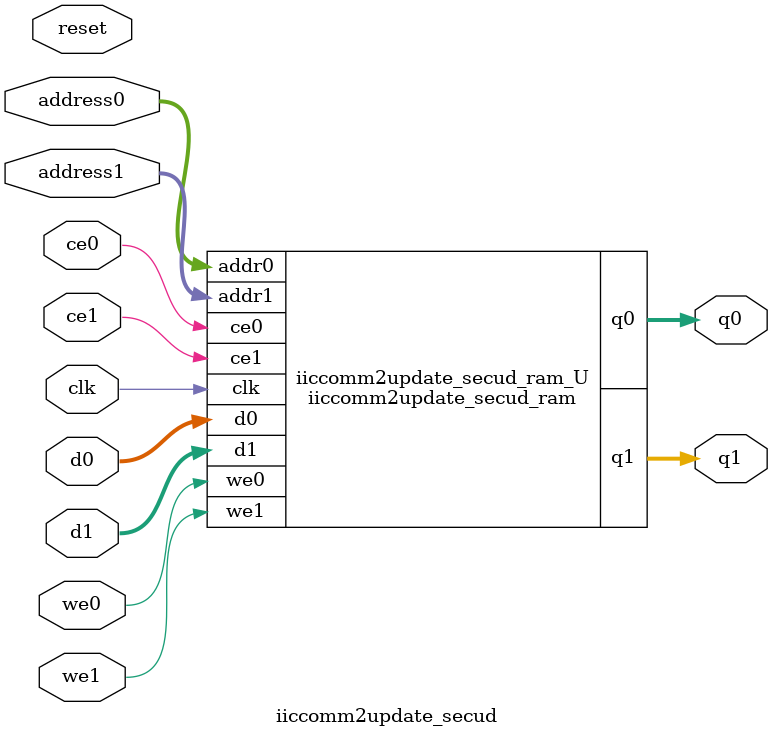
<source format=v>

`timescale 1 ns / 1 ps
module iiccomm2update_secud_ram (addr0, ce0, d0, we0, q0, addr1, ce1, d1, we1, q1,  clk);

parameter DWIDTH = 32;
parameter AWIDTH = 3;
parameter MEM_SIZE = 6;

input[AWIDTH-1:0] addr0;
input ce0;
input[DWIDTH-1:0] d0;
input we0;
output reg[DWIDTH-1:0] q0;
input[AWIDTH-1:0] addr1;
input ce1;
input[DWIDTH-1:0] d1;
input we1;
output reg[DWIDTH-1:0] q1;
input clk;

(* ram_style = "block" *)reg [DWIDTH-1:0] ram[0:MEM_SIZE-1];




always @(posedge clk)  
begin 
    if (ce0) 
    begin
        if (we0) 
        begin 
            ram[addr0] <= d0; 
            q0 <= d0;
        end 
        else 
            q0 <= ram[addr0];
    end
end


always @(posedge clk)  
begin 
    if (ce1) 
    begin
        if (we1) 
        begin 
            ram[addr1] <= d1; 
            q1 <= d1;
        end 
        else 
            q1 <= ram[addr1];
    end
end


endmodule


`timescale 1 ns / 1 ps
module iiccomm2update_secud(
    reset,
    clk,
    address0,
    ce0,
    we0,
    d0,
    q0,
    address1,
    ce1,
    we1,
    d1,
    q1);

parameter DataWidth = 32'd32;
parameter AddressRange = 32'd6;
parameter AddressWidth = 32'd3;
input reset;
input clk;
input[AddressWidth - 1:0] address0;
input ce0;
input we0;
input[DataWidth - 1:0] d0;
output[DataWidth - 1:0] q0;
input[AddressWidth - 1:0] address1;
input ce1;
input we1;
input[DataWidth - 1:0] d1;
output[DataWidth - 1:0] q1;



iiccomm2update_secud_ram iiccomm2update_secud_ram_U(
    .clk( clk ),
    .addr0( address0 ),
    .ce0( ce0 ),
    .d0( d0 ),
    .we0( we0 ),
    .q0( q0 ),
    .addr1( address1 ),
    .ce1( ce1 ),
    .d1( d1 ),
    .we1( we1 ),
    .q1( q1 ));

endmodule


</source>
